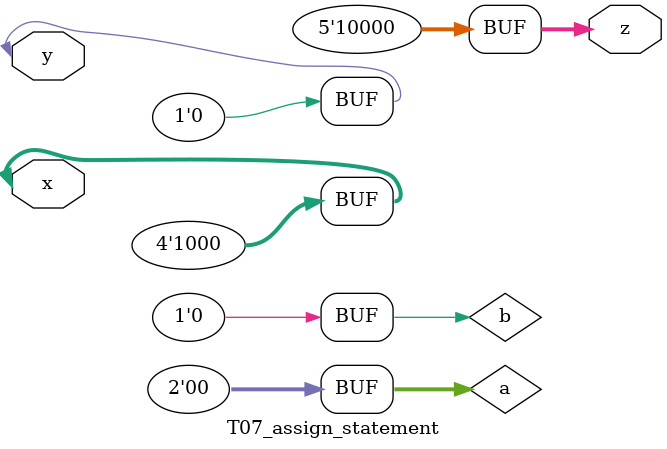
<source format=v>
module T07_assign_statement (
    // x is a 4-bit vector net
    input [3:0] x,
    // y is a scalar net (1-bit)
    input y,
    // z is a 5-bit vector net
    output [4:0] z);

    wire [1:0] a;
    wire b;

    // Assume one of the following assignments are chosen in real design
    // If x='hC and y='h1 let us see the value of z

    // Case #1: 4-bits of x and 1 bit of y is concatenated to get a 5-bit net
    // and is assigned to the 5-bit nets of z. So value of z='b11001 or z='h19 (25)
    assign z = {x, y};

    // Case #2: 4-bits of x and 1 bit of y is concatenated to get a 5-bit net
    // and is assigned to selected 3-bits of net z. Remaining 2 bits of z remains
    // undriven and will be high-imp. So value of z='bZ001Z
    assign z[3:1] = {x, y};

    // Case #3: The same statement is used but now bit4 of z is driven with a constant
    // value of 1. Now z = 'b1001Z because only bit0 remains undriven
    assign z[3:1] = {x, y};
    assign z[4] = 1;

    // Case #4: Assume bit3 is driven instead, but now there are two drivers for bit3,
    // and both are driving the same value of 0. So there should be no contention and
    // value of z = 'bZ001Z
    assign z[3:1] = {x, y};
    assign z[3] = 0;

    // Case #5: Assume bit3 is instead driven with value 1, so now there are two drivers
    // with different values, where the first line is driven with the value of X which
    // at the time is 0 and the second assignment where it is driven with value 1, so
    // now it becomes unknown which will win. So z='bZX01Z
    assign z[3:1] = {x, y};
    assign z[3] = 1;

    // Case #6: Partial selection of operands on RHS is also possible and say only 2-bits
    // are chosen from x, then z = 'b00001 because z[4:3] will be driven with 0
    assign z = {x[1:0], y};

    // Case #7: Say we explicitly assign only 3-bits of z and leave remaining unconnected
    // then z = 'bZZ001
    assign z[2:0] = {x[1:0], y};

    // Case #8: Same variable can be used multiple times as well and z = 'b00111
    // 3{y} is the same as {y, y, y}
    assign z = {3{y}};

    // Case #9: LHS can also be concatenated: a is 2-bit vector and b is scalar
    // RHS is evaluated to 11001 and LHS is 3-bit wide so first 3 bits from LSB of RHS
    // will be assigned to LHS. So a = 'b00 and b ='b1
    assign {a, b} = {x, y};

    // Case #10: If we reverse order on LHS keeping RHS same, we get a = 'b01 and b='b0
    assign{a, b} = {x, y};    
endmodule
</source>
